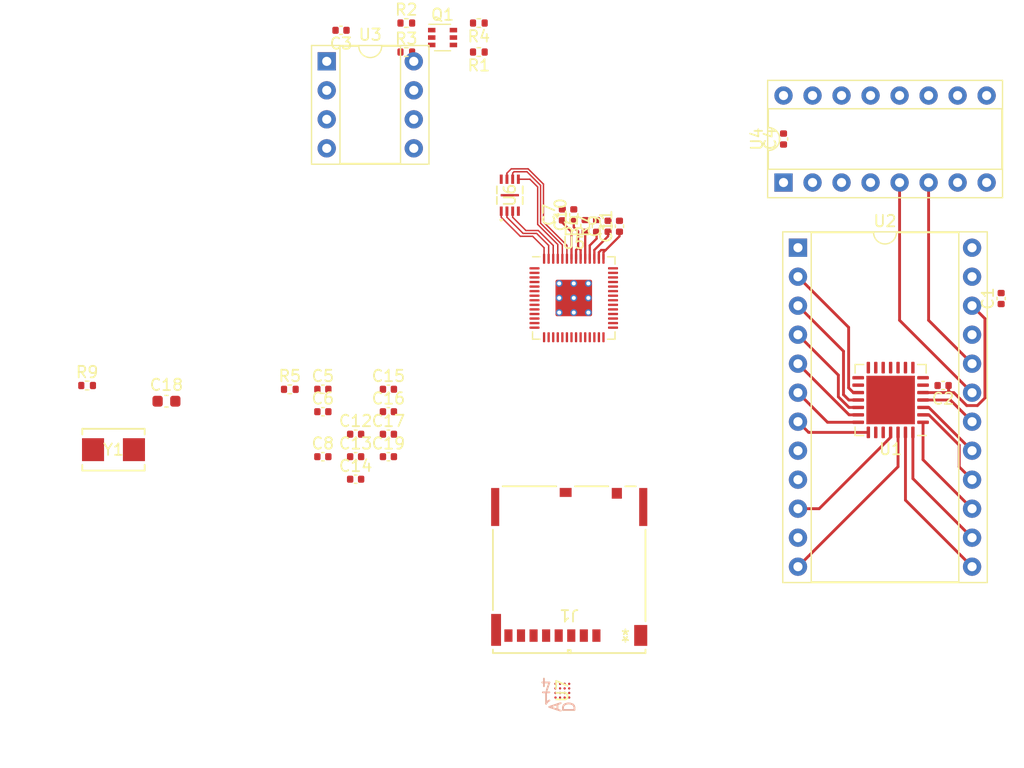
<source format=kicad_pcb>
(kicad_pcb (version 20221018) (generator pcbnew)
  (layers (0 "F.Cu" signal) (31 "B.Cu" signal) (34 "B.Paste" user) (35 "F.Paste" user) (36 "B.SilkS" user "B.Silkscreen") (37 "F.SilkS" user "F.Silkscreen") (38 "B.Mask" user) (39 "F.Mask" user) (44 "Edge.Cuts" user))
  (net 0 "")
  (net 1 "+5V")
  (net 2 "GNDD")
  (net 3 "+3V3")
  (net 4 "GNDA")
  (net 5 "Net-(U5-XIN)")
  (net 6 "Net-(C6-Pad2)")
  (net 7 "+1V1")
  (net 8 "/RP2040/SD_DET")
  (net 9 "SDA")
  (net 10 "SCL_5V")
  (net 11 "SCL")
  (net 12 "SDA_5V")
  (net 13 "Net-(U5-XOUT)")
  (net 14 "/RP2040/QSPI_F_~{CS}")
  (net 15 "YM_D4")
  (net 16 "YM_D5")
  (net 17 "YM_D6")
  (net 18 "YM_D7")
  (net 21 "IO_~{RESET}")
  (net 24 "YM_~{IRQ}")
  (net 25 "YM_~{IC}")
  (net 26 "YM_A0")
  (net 27 "YM_~{WR}")
  (net 28 "YM_~{RD}")
  (net 29 "YM_~{CS}")
  (net 32 "YM_D0")
  (net 33 "YM_D1")
  (net 34 "YM_D2")
  (net 35 "YM_D3")
  (net 38 "YM_DCLK")
  (net 39 "YM_MCLK")
  (net 40 "MOSI")
  (net 41 "SCK")
  (net 42 "LTC_~{CS}")
  (net 44 "LTC_OE")
  (net 58 "BTN_UP")
  (net 59 "BTN_DOWN")
  (net 60 "BTN_LEFT")
  (net 61 "BTN_RIGHT")
  (net 62 "BTN_B")
  (net 63 "BTN_A")
  (net 72 "/RP2040/QSPI_D3")
  (net 73 "/RP2040/QSPI_SCK")
  (net 74 "/RP2040/QSPI_D0")
  (net 75 "/RP2040/QSPI_D2")
  (net 76 "/RP2040/QSPI_D1")
  (net 79 "/SAM1")
  (net 80 "/SAM2")
  (net 81 "/YM_SD")
  (net 82 "USB_DP")
  (net 83 "/RP2040/RPUSB_P")
  (net 84 "USB_DN")
  (net 85 "/RP2040/RPUSB_N")
  (footprint "Package_DIP:DIP-8_W7.62mm_Socket" (layer "F.Cu") (at 20.975 23.675)
    (fp_text reference "U3" (at 3.81 -2.33) (layer "F.SilkS"))
    (fp_text value "LTC6903")
    (pad "1" thru_hole rect (at 0 0) (size 1.6 1.6) (drill 0.8) (layers "*.Cu" "*.Mask") (net 2 "GNDD"))
    (pad "2" thru_hole oval (at 0 2.54) (size 1.6 1.6) (drill 0.8) (layers "*.Cu" "*.Mask") (net 40 "MOSI"))
    (pad "3" thru_hole oval (at 0 5.08) (size 1.6 1.6) (drill 0.8) (layers "*.Cu" "*.Mask") (net 41 "SCK"))
    (pad "4" thru_hole oval (at 0 7.62) (size 1.6 1.6) (drill 0.8) (layers "*.Cu" "*.Mask") (net 42 "LTC_~{CS}"))
    (pad "5" thru_hole oval (at 7.62 7.62) (size 1.6 1.6) (drill 0.8) (layers "*.Cu" "*.Mask"))
    (pad "6" thru_hole oval (at 7.62 5.08) (size 1.6 1.6) (drill 0.8) (layers "*.Cu" "*.Mask") (net 39 "YM_MCLK"))
    (pad "7" thru_hole oval (at 7.62 2.54) (size 1.6 1.6) (drill 0.8) (layers "*.Cu" "*.Mask") (net 44 "LTC_OE"))
    (pad "8" thru_hole oval (at 7.62 0) (size 1.6 1.6) (drill 0.8) (layers "*.Cu" "*.Mask") (net 3 "+3V3"))
  )
  (footprint "Capacitor_SMD:C_0402_1005Metric" (layer "F.Cu") (at 74.93 52.07 180)
    (fp_text reference "C2" (at 0 -1.16) (layer "F.SilkS"))
    (fp_text value "0.1uF")
    (pad "1" smd roundrect (at -0.48 0 180) (size 0.56 0.62) (layers "F.Cu" "F.Paste" "F.Mask") (net 1 "+5V"))
    (pad "2" smd roundrect (at 0.48 0 180) (size 0.56 0.62) (layers "F.Cu" "F.Paste" "F.Mask") (net 2 "GNDD"))
  )
  (footprint "Capacitor_SMD:C_0402_1005Metric" (layer "F.Cu") (at 60.96 30.48 90)
    (fp_text reference "C4" (at 0 -1.16 90) (layer "F.SilkS"))
    (fp_text value "0.1uF")
    (pad "1" smd roundrect (at -0.48 0 90) (size 0.56 0.62) (layers "F.Cu" "F.Paste" "F.Mask") (net 1 "+5V"))
    (pad "2" smd roundrect (at 0.48 0 90) (size 0.56 0.62) (layers "F.Cu" "F.Paste" "F.Mask") (net 4 "GNDA"))
  )
  (footprint "Package_TO_SOT_SMD:SOT-363_SC-70-6" (layer "F.Cu") (at 31.115 21.59)
    (fp_text reference "Q1" (at 0 -2) (layer "F.SilkS"))
    (fp_text value "BSS138PS")
    (pad "1" smd rect (at -0.95 -0.65) (size 0.65 0.4) (layers "F.Cu" "F.Paste" "F.Mask") (net 9 "SDA"))
    (pad "2" smd rect (at -0.95 0) (size 0.65 0.4) (layers "F.Cu" "F.Paste" "F.Mask") (net 3 "+3V3"))
    (pad "3" smd rect (at -0.95 0.65) (size 0.65 0.4) (layers "F.Cu" "F.Paste" "F.Mask") (net 10 "SCL_5V"))
    (pad "4" smd rect (at 0.95 0.65) (size 0.65 0.4) (layers "F.Cu" "F.Paste" "F.Mask") (net 11 "SCL"))
    (pad "5" smd rect (at 0.95 0) (size 0.65 0.4) (layers "F.Cu" "F.Paste" "F.Mask") (net 3 "+3V3"))
    (pad "6" smd rect (at 0.95 -0.65) (size 0.65 0.4) (layers "F.Cu" "F.Paste" "F.Mask") (net 12 "SDA_5V"))
  )
  (footprint "Package_DFN_QFN:QFN-28-1EP_6x6mm_P0.65mm_EP4.25x4.25mm" (layer "F.Cu") (at 70.335 53.34 180)
    (fp_text reference "U1" (at 0 -4.3) (layer "F.SilkS"))
    (fp_text value "MCP23017_ML")
    (pad "1" smd roundrect (at -2.8375 -1.95 180) (size 1.025 0.3) (layers "F.Cu" "F.Paste" "F.Mask") (net 15 "YM_D4"))
    (pad "2" smd roundrect (at -2.8375 -1.3 180) (size 1.025 0.3) (layers "F.Cu" "F.Paste" "F.Mask") (net 16 "YM_D5"))
    (pad "3" smd roundrect (at -2.8375 -0.65 180) (size 1.025 0.3) (layers "F.Cu" "F.Paste" "F.Mask") (net 17 "YM_D6"))
    (pad "4" smd roundrect (at -2.8375 0 180) (size 1.025 0.3) (layers "F.Cu" "F.Paste" "F.Mask") (net 18 "YM_D7"))
    (pad "5" smd roundrect (at -2.8375 0.65 180) (size 1.025 0.3) (layers "F.Cu" "F.Paste" "F.Mask") (net 1 "+5V"))
    (pad "6" smd roundrect (at -2.8375 1.3 180) (size 1.025 0.3) (layers "F.Cu" "F.Paste" "F.Mask") (net 2 "GNDD"))
    (pad "7" smd roundrect (at -2.8375 1.95 180) (size 1.025 0.3) (layers "F.Cu" "F.Paste" "F.Mask"))
    (pad "8" smd roundrect (at -1.95 2.8375 180) (size 0.3 1.025) (layers "F.Cu" "F.Paste" "F.Mask") (net 10 "SCL_5V"))
    (pad "9" smd roundrect (at -1.3 2.8375 180) (size 0.3 1.025) (layers "F.Cu" "F.Paste" "F.Mask") (net 12 "SDA_5V"))
    (pad "10" smd roundrect (at -0.65 2.8375 180) (size 0.3 1.025) (layers "F.Cu" "F.Paste" "F.Mask"))
    (pad "11" smd roundrect (at 0 2.8375 180) (size 0.3 1.025) (layers "F.Cu" "F.Paste" "F.Mask") (net 2 "GNDD"))
    (pad "12" smd roundrect (at 0.65 2.8375 180) (size 0.3 1.025) (layers "F.Cu" "F.Paste" "F.Mask") (net 2 "GNDD"))
    (pad "13" smd roundrect (at 1.3 2.8375 180) (size 0.3 1.025) (layers "F.Cu" "F.Paste" "F.Mask") (net 2 "GNDD"))
    (pad "14" smd roundrect (at 1.95 2.8375 180) (size 0.3 1.025) (layers "F.Cu" "F.Paste" "F.Mask") (net 21 "IO_~{RESET}"))
    (pad "15" smd roundrect (at 2.8375 1.95 180) (size 1.025 0.3) (layers "F.Cu" "F.Paste" "F.Mask"))
    (pad "16" smd roundrect (at 2.8375 1.3 180) (size 1.025 0.3) (layers "F.Cu" "F.Paste" "F.Mask"))
    (pad "17" smd roundrect (at 2.8375 0.65 180) (size 1.025 0.3) (layers "F.Cu" "F.Paste" "F.Mask") (net 24 "YM_~{IRQ}"))
    (pad "18" smd roundrect (at 2.8375 0 180) (size 1.025 0.3) (layers "F.Cu" "F.Paste" "F.Mask") (net 25 "YM_~{IC}"))
    (pad "19" smd roundrect (at 2.8375 -0.65 180) (size 1.025 0.3) (layers "F.Cu" "F.Paste" "F.Mask") (net 26 "YM_A0"))
    (pad "20" smd roundrect (at 2.8375 -1.3 180) (size 1.025 0.3) (layers "F.Cu" "F.Paste" "F.Mask") (net 27 "YM_~{WR}"))
    (pad "21" smd roundrect (at 2.8375 -1.95 180) (size 1.025 0.3) (layers "F.Cu" "F.Paste" "F.Mask") (net 28 "YM_~{RD}"))
    (pad "22" smd roundrect (at 1.95 -2.8375 180) (size 0.3 1.025) (layers "F.Cu" "F.Paste" "F.Mask") (net 29 "YM_~{CS}"))
    (pad "23" smd roundrect (at 1.3 -2.8375 180) (size 0.3 1.025) (layers "F.Cu" "F.Paste" "F.Mask"))
    (pad "24" smd roundrect (at 0.65 -2.8375 180) (size 0.3 1.025) (layers "F.Cu" "F.Paste" "F.Mask"))
    (pad "25" smd roundrect (at 0 -2.8375 180) (size 0.3 1.025) (layers "F.Cu" "F.Paste" "F.Mask") (net 32 "YM_D0"))
    (pad "26" smd roundrect (at -0.65 -2.8375 180) (size 0.3 1.025) (layers "F.Cu" "F.Paste" "F.Mask") (net 33 "YM_D1"))
    (pad "27" smd roundrect (at -1.3 -2.8375 180) (size 0.3 1.025) (layers "F.Cu" "F.Paste" "F.Mask") (net 34 "YM_D2"))
    (pad "28" smd roundrect (at -1.95 -2.8375 180) (size 0.3 1.025) (layers "F.Cu" "F.Paste" "F.Mask") (net 35 "YM_D3"))
    (pad "29" smd rect (at 0 0 180) (size 4.25 4.25) (layers "F.Cu" "F.Mask") (net 2 "GNDD"))
  )
  (footprint "Capacitor_SMD:C_0402_1005Metric" (layer "F.Cu") (at 20.635 54.365)
    (fp_text reference "C6" (at 0 -1.16) (layer "F.SilkS"))
    (fp_text value "27p")
    (pad "1" smd roundrect (at -0.48 0) (size 0.56 0.62) (layers "F.Cu" "F.Paste" "F.Mask") (net 2 "GNDD"))
    (pad "2" smd roundrect (at 0.48 0) (size 0.56 0.62) (layers "F.Cu" "F.Paste" "F.Mask") (net 6 "Net-(C6-Pad2)"))
  )
  (footprint "vgmplayer:RP2040-QFN-56" (layer "F.Cu") (at 42.600001 44.4036)
    (fp_text reference "U5" (at 0 -4.82) (layer "F.SilkS"))
    (fp_text value "RP2040")
    (pad "1" smd roundrect (at -3.4375 -2.6) (size 0.875 0.2) (layers "F.Cu" "F.Paste" "F.Mask") (net 3 "+3V3"))
    (pad "2" smd roundrect (at -3.4375 -2.2) (size 0.875 0.2) (layers "F.Cu" "F.Paste" "F.Mask"))
    (pad "3" smd roundrect (at -3.4375 -1.8) (size 0.875 0.2) (layers "F.Cu" "F.Paste" "F.Mask"))
    (pad "4" smd roundrect (at -3.4375 -1.4) (size 0.875 0.2) (layers "F.Cu" "F.Paste" "F.Mask"))
    (pad "5" smd roundrect (at -3.4375 -1) (size 0.875 0.2) (layers "F.Cu" "F.Paste" "F.Mask"))
    (pad "6" smd roundrect (at -3.4375 -0.6) (size 0.875 0.2) (layers "F.Cu" "F.Paste" "F.Mask") (net 9 "SDA"))
    (pad "7" smd roundrect (at -3.4375 -0.2) (size 0.875 0.2) (layers "F.Cu" "F.Paste" "F.Mask") (net 11 "SCL"))
    (pad "8" smd roundrect (at -3.4375 0.2) (size 0.875 0.2) (layers "F.Cu" "F.Paste" "F.Mask"))
    (pad "9" smd roundrect (at -3.4375 0.6) (size 0.875 0.2) (layers "F.Cu" "F.Paste" "F.Mask"))
    (pad "10" smd roundrect (at -3.4375 1) (size 0.875 0.2) (layers "F.Cu" "F.Paste" "F.Mask") (net 3 "+3V3"))
    (pad "11" smd roundrect (at -3.4375 1.4) (size 0.875 0.2) (layers "F.Cu" "F.Paste" "F.Mask") (net 58 "BTN_UP"))
    (pad "12" smd roundrect (at -3.4375 1.8) (size 0.875 0.2) (layers "F.Cu" "F.Paste" "F.Mask") (net 59 "BTN_DOWN"))
    (pad "13" smd roundrect (at -3.4375 2.2) (size 0.875 0.2) (layers "F.Cu" "F.Paste" "F.Mask") (net 60 "BTN_LEFT"))
    (pad "14" smd roundrect (at -3.4375 2.6) (size 0.875 0.2) (layers "F.Cu" "F.Paste" "F.Mask") (net 61 "BTN_RIGHT"))
    (pad "15" smd roundrect (at -2.6 3.4375) (size 0.2 0.875) (layers "F.Cu" "F.Paste" "F.Mask") (net 62 "BTN_B"))
    (pad "16" smd roundrect (at -2.2 3.4375) (size 0.2 0.875) (layers "F.Cu" "F.Paste" "F.Mask") (net 63 "BTN_A"))
    (pad "17" smd roundrect (at -1.8 3.4375) (size 0.2 0.875) (layers "F.Cu" "F.Paste" "F.Mask"))
    (pad "18" smd roundrect (at -1.4 3.4375) (size 0.2 0.875) (layers "F.Cu" "F.Paste" "F.Mask"))
    (pad "19" smd roundrect (at -1 3.4375) (size 0.2 0.875) (layers "F.Cu" "F.Paste" "F.Mask"))
    (pad "20" smd roundrect (at -0.6 3.4375) (size 0.2 0.875) (layers "F.Cu" "F.Paste" "F.Mask") (net 5 "Net-(U5-XIN)"))
    (pad "21" smd roundrect (at -0.2 3.4375) (size 0.2 0.875) (layers "F.Cu" "F.Paste" "F.Mask") (net 13 "Net-(U5-XOUT)"))
    (pad "22" smd roundrect (at 0.2 3.4375) (size 0.2 0.875) (layers "F.Cu" "F.Paste" "F.Mask") (net 3 "+3V3"))
    (pad "23" smd roundrect (at 0.6 3.4375) (size 0.2 0.875) (layers "F.Cu" "F.Paste" "F.Mask") (net 7 "+1V1"))
    (pad "24" smd roundrect (at 1 3.4375) (size 0.2 0.875) (layers "F.Cu" "F.Paste" "F.Mask"))
    (pad "25" smd roundrect (at 1.4 3.4375) (size 0.2 0.875) (layers "F.Cu" "F.Paste" "F.Mask"))
    (pad "26" smd roundrect (at 1.8 3.4375) (size 0.2 0.875) (layers "F.Cu" "F.Paste" "F.Mask"))
    (pad "27" smd roundrect (at 2.2 3.4375) (size 0.2 0.875) (layers "F.Cu" "F.Paste" "F.Mask"))
    (pad "28" smd roundrect (at 2.6 3.4375) (size 0.2 0.875) (layers "F.Cu" "F.Paste" "F.Mask"))
    (pad "29" smd roundrect (at 3.4375 2.6) (size 0.875 0.2) (layers "F.Cu" "F.Paste" "F.Mask"))
    (pad "30" smd roundrect (at 3.4375 2.2) (size 0.875 0.2) (layers "F.Cu" "F.Paste" "F.Mask"))
    (pad "31" smd roundrect (at 3.4375 1.8) (size 0.875 0.2) (layers "F.Cu" "F.Paste" "F.Mask"))
    (pad "32" smd roundrect (at 3.4375 1.4) (size 0.875 0.2) (layers "F.Cu" "F.Paste" "F.Mask"))
    (pad "33" smd roundrect (at 3.4375 1) (size 0.875 0.2) (layers "F.Cu" "F.Paste" "F.Mask") (net 3 "+3V3"))
    (pad "34" smd roundrect (at 3.4375 0.6) (size 0.875 0.2) (layers "F.Cu" "F.Paste" "F.Mask"))
    (pad "35" smd roundrect (at 3.4375 0.2) (size 0.875 0.2) (layers "F.Cu" "F.Paste" "F.Mask"))
    (pad "36" smd roundrect (at 3.4375 -0.2) (size 0.875 0.2) (layers "F.Cu" "F.Paste" "F.Mask") (net 8 "/RP2040/SD_DET"))
    (pad "37" smd roundrect (at 3.4375 -0.6) (size 0.875 0.2) (layers "F.Cu" "F.Paste" "F.Mask"))
    (pad "38" smd roundrect (at 3.4375 -1) (size 0.875 0.2) (layers "F.Cu" "F.Paste" "F.Mask"))
    (pad "39" smd roundrect (at 3.4375 -1.4) (size 0.875 0.2) (layers "F.Cu" "F.Paste" "F.Mask"))
    (pad "40" smd roundrect (at 3.4375 -1.8) (size 0.875 0.2) (layers "F.Cu" "F.Paste" "F.Mask"))
    (pad "41" smd roundrect (at 3.4375 -2.2) (size 0.875 0.2) (layers "F.Cu" "F.Paste" "F.Mask"))
    (pad "42" smd roundrect (at 3.4375 -2.6) (size 0.875 0.2) (layers "F.Cu" "F.Paste" "F.Mask") (net 3 "+3V3"))
    (pad "43" smd roundrect (at 2.6 -3.4375) (size 0.2 0.875) (layers "F.Cu" "F.Paste" "F.Mask") (net 3 "+3V3"))
    (pad "44" smd roundrect (at 2.2 -3.4375) (size 0.2 0.875) (layers "F.Cu" "F.Paste" "F.Mask") (net 3 "+3V3"))
    (pad "45" smd roundrect (at 1.8 -3.4375) (size 0.2 0.875) (layers "F.Cu" "F.Paste" "F.Mask") (net 7 "+1V1"))
    (pad "46" smd roundrect (at 1.4 -3.4375) (size 0.2 0.875) (layers "F.Cu" "F.Paste" "F.Mask") (net 85 "/RP2040/RPUSB_N"))
    (pad "47" smd roundrect (at 1 -3.4375) (size 0.2 0.875) (layers "F.Cu" "F.Paste" "F.Mask") (net 83 "/RP2040/RPUSB_P"))
    (pad "48" smd roundrect (at 0.6 -3.4375) (size 0.2 0.875) (layers "F.Cu" "F.Paste" "F.Mask") (net 3 "+3V3"))
    (pad "49" smd roundrect (at 0.2 -3.4375) (size 0.2 0.875) (layers "F.Cu" "F.Paste" "F.Mask") (net 3 "+3V3"))
    (pad "50" smd roundrect (at -0.2 -3.4375) (size 0.2 0.875) (layers "F.Cu" "F.Paste" "F.Mask") (net 7 "+1V1"))
    (pad "51" smd roundrect (at -0.6 -3.4375) (size 0.2 0.875) (layers "F.Cu" "F.Paste" "F.Mask") (net 72 "/RP2040/QSPI_D3"))
    (pad "52" smd roundrect (at -1 -3.4375) (size 0.2 0.875) (layers "F.Cu" "F.Paste" "F.Mask") (net 73 "/RP2040/QSPI_SCK"))
    (pad "53" smd roundrect (at -1.4 -3.4375) (size 0.2 0.875) (layers "F.Cu" "F.Paste" "F.Mask") (net 74 "/RP2040/QSPI_D0"))
    (pad "54" smd roundrect (at -1.8 -3.4375) (size 0.2 0.875) (layers "F.Cu" "F.Paste" "F.Mask") (net 75 "/RP2040/QSPI_D2"))
    (pad "55" smd roundrect (at -2.2 -3.4375) (size 0.2 0.875) (layers "F.Cu" "F.Paste" "F.Mask") (net 76 "/RP2040/QSPI_D1"))
    (pad "56" smd roundrect (at -2.6 -3.4375) (size 0.2 0.875) (layers "F.Cu" "F.Paste" "F.Mask") (net 14 "/RP2040/QSPI_F_~{CS}"))
    (pad "57" thru_hole circle (at -1.275 -1.275) (size 0.6 0.6) (drill 0.35) (layers "*.Cu"))
    (pad "57" thru_hole circle (at -1.275 0) (size 0.6 0.6) (drill 0.35) (layers "*.Cu"))
    (pad "57" thru_hole circle (at -1.275 1.275) (size 0.6 0.6) (drill 0.35) (layers "*.Cu"))
    (pad "57" thru_hole circle (at 0 -1.275) (size 0.6 0.6) (drill 0.35) (layers "*.Cu"))
    (pad "57" thru_hole circle (at 0 0) (size 0.6 0.6) (drill 0.35) (layers "*.Cu"))
    (pad "57" smd roundrect (at 0 0) (size 3.2 3.2) (layers "F.Cu" "F.Mask") (roundrect_rratio 0.045))
    (pad "57" thru_hole circle (at 0 1.275) (size 0.6 0.6) (drill 0.35) (layers "*.Cu"))
    (pad "57" thru_hole circle (at 1.275 -1.275) (size 0.6 0.6) (drill 0.35) (layers "*.Cu"))
    (pad "57" thru_hole circle (at 1.275 0) (size 0.6 0.6) (drill 0.35) (layers "*.Cu"))
    (pad "57" thru_hole circle (at 1.275 1.275) (size 0.6 0.6) (drill 0.35) (layers "*.Cu"))
  )
  (footprint "Capacitor_SMD:C_0402_1005Metric" (layer "F.Cu") (at 26.375 56.335)
    (fp_text reference "C17" (at 0 -1.16) (layer "F.SilkS"))
    (fp_text value "100n")
    (pad "1" smd roundrect (at -0.48 0) (size 0.56 0.62) (layers "F.Cu" "F.Paste" "F.Mask") (net 3 "+3V3"))
    (pad "2" smd roundrect (at 0.48 0) (size 0.56 0.62) (layers "F.Cu" "F.Paste" "F.Mask") (net 2 "GNDD"))
  )
  (footprint "Capacitor_SMD:C_0402_1005Metric" (layer "F.Cu") (at 41.6 37.12 90)
    (fp_text reference "C7" (at 0 -1.16 90) (layer "F.SilkS"))
    (fp_text value "100n")
    (pad "1" smd roundrect (at -0.48 0 90) (size 0.56 0.62) (layers "F.Cu" "F.Paste" "F.Mask") (net 7 "+1V1"))
    (pad "2" smd roundrect (at 0.48 0 90) (size 0.56 0.62) (layers "F.Cu" "F.Paste" "F.Mask") (net 2 "GNDD"))
  )
  (footprint "vgmplayer:W25Q16JVUXIQ_WIN" (layer "F.Cu") (at 37 35.4 90)
    (fp_text reference "U6" (at 0 0 90 unlocked) (layer "F.SilkS"))
    (fp_text value "W25Q16JVUXIQ")
    (pad "1" smd rect (at -1.3984 -0.750001 90) (size 0.8128 0.254) (layers "F.Cu" "F.Paste" "F.Mask") (net 14 "/RP2040/QSPI_F_~{CS}"))
    (pad "2" smd rect (at -1.3984 -0.25 90) (size 0.8128 0.254) (layers "F.Cu" "F.Paste" "F.Mask") (net 76 "/RP2040/QSPI_D1"))
    (pad "3" smd rect (at -1.3984 0.25 90) (size 0.8128 0.254) (layers "F.Cu" "F.Paste" "F.Mask") (net 75 "/RP2040/QSPI_D2"))
    (pad "4" smd rect (at -1.3984 0.750001 90) (size 0.8128 0.254) (layers "F.Cu" "F.Paste" "F.Mask") (net 2 "GNDD"))
    (pad "5" smd rect (at 1.3984 0.750001 90) (size 0.8128 0.254) (layers "F.Cu" "F.Paste" "F.Mask") (net 74 "/RP2040/QSPI_D0"))
    (pad "6" smd rect (at 1.3984 0.25 90) (size 0.8128 0.254) (layers "F.Cu" "F.Paste" "F.Mask") (net 73 "/RP2040/QSPI_SCK"))
    (pad "7" smd rect (at 1.3984 -0.25 90) (size 0.8128 0.254) (layers "F.Cu" "F.Paste" "F.Mask") (net 72 "/RP2040/QSPI_D3"))
    (pad "8" smd rect (at 1.3984 -0.750001 90) (size 0.8128 0.254) (layers "F.Cu" "F.Paste" "F.Mask") (net 3 "+3V3"))
    (pad "9" smd rect (at 0 0 90) (size 0.2032 1.6002) (layers "F.Cu" "F.Paste" "F.Mask"))
  )
  (footprint "vgmplayer:XTAL_ABM3_ABR" (layer "F.Cu") (at 2.3088 57.6905)
    (fp_text reference "Y1" (at 0 0 unlocked) (layer "F.SilkS"))
    (fp_text value "ABM3-12.000MHZ-D2Y-T")
    (pad "1" smd rect (at -1.7907 0 90) (size 2.0066 1.9304) (layers "F.Cu" "F.Paste" "F.Mask") (net 5 "Net-(U5-XIN)"))
    (pad "2" smd rect (at 1.7907 0 90) (size 2.0066 1.9304) (layers "F.Cu" "F.Paste" "F.Mask") (net 6 "Net-(C6-Pad2)"))
  )
  (footprint "Capacitor_SMD:C_0402_1005Metric" (layer "F.Cu") (at 23.505 56.335)
    (fp_text reference "C12" (at 0 -1.16) (layer "F.SilkS"))
    (fp_text value "100n")
    (pad "1" smd roundrect (at -0.48 0) (size 0.56 0.62) (layers "F.Cu" "F.Paste" "F.Mask") (net 3 "+3V3"))
    (pad "2" smd roundrect (at 0.48 0) (size 0.56 0.62) (layers "F.Cu" "F.Paste" "F.Mask") (net 2 "GNDD"))
  )
  (footprint "vgmplayer:FLIPCHIP16_STM" (layer "F.Cu") (at 41.6 78.8 90)
    (fp_text reference "U7" (at 0 0 90 unlocked) (layer "F.SilkS"))
    (fp_text value "EMIF06-MSD04F3")
    (fp_text user "A" (at -1.4224 -0.6 90 unlocked) (layer "B.SilkS"))
    (fp_text user "D" (at -1.4224 0.6 90 unlocked) (layer "B.SilkS"))
    (fp_text user "4" (at 0.6 -1.4224 180 unlocked) (layer "B.SilkS"))
    (fp_text user "1" (at -0.6 -1.4224 180 unlocked) (layer "B.SilkS"))
    (fp_text user "A" (at -1.4224 -0.6 90 unlocked) (layer "F.SilkS"))
    (fp_text user "D" (at -1.4224 0.6 90 unlocked) (layer "F.SilkS"))
    (fp_text user "1" (at -0.6 -1.4224 180 unlocked) (layer "F.SilkS"))
    (fp_text user "4" (at 0.6 -1.4224 180 unlocked) (layer "F.SilkS"))
    (pad "A1" smd circle (at -0.6 -0.6 90) (size 0.2032 0.2032) (layers "F.Cu" "F.Paste" "F.Mask"))
    (pad "A2" smd circle (at -0.2 -0.6 90) (size 0.2032 0.2032) (layers "F.Cu" "F.Paste" "F.Mask"))
    (pad "A3" smd circle (at 0.2 -0.6 90) (size 0.2032 0.2032) (layers "F.Cu" "F.Paste" "F.Mask"))
    (pad "A4" smd circle (at 0.6 -0.6 90) (size 0.2032 0.2032) (layers "F.Cu" "F.Paste" "F.Mask"))
    (pad "B1" smd circle (at -0.6 -0.2 90) (size 0.2032 0.2032) (layers "F.Cu" "F.Paste" "F.Mask"))
    (pad "B2" smd circle (at -0.2 -0.2 90) (size 0.2032 0.2032) (layers "F.Cu" "F.Paste" "F.Mask"))
    (pad "B3" smd circle (at 0.2 -0.2 90) (size 0.2032 0.2032) (layers "F.Cu" "F.Paste" "F.Mask"))
    (pad "B4" smd circle (at 0.6 -0.2 90) (size 0.2032 0.2032) (layers "F.Cu" "F.Paste" "F.Mask"))
    (pad "C1" smd circle (at -0.6 0.2 90) (size 0.2032 0.2032) (layers "F.Cu" "F.Paste" "F.Mask"))
    (pad "C2" smd circle (at -0.2 0.2 90) (size 0.2032 0.2032) (layers "F.Cu" "F.Paste" "F.Mask"))
    (pad "C3" smd circle (at 0.2 0.2 90) (size 0.2032 0.2032) (layers "F.Cu" "F.Paste" "F.Mask"))
    (pad "C4" smd circle (at 0.6 0.2 90) (size 0.2032 0.2032) (layers "F.Cu" "F.Paste" "F.Mask"))
    (pad "D1" smd circle (at -0.6 0.6 90) (size 0.2032 0.2032) (layers "F.Cu" "F.Paste" "F.Mask"))
    (pad "D2" smd circle (at -0.2 0.6 90) (size 0.2032 0.2032) (layers "F.Cu" "F.Paste" "F.Mask"))
    (pad "D3" smd circle (at 0.2 0.6 90) (size 0.2032 0.2032) (layers "F.Cu" "F.Paste" "F.Mask"))
    (pad "D4" smd circle (at 0.6 0.6 90) (size 0.2032 0.2032) (layers "F.Cu" "F.Paste" "F.Mask"))
  )
  (footprint "Capacitor_SMD:C_0402_1005Metric" (layer "F.Cu") (at 20.635 58.305)
    (fp_text reference "C8" (at 0 -1.16) (layer "F.SilkS"))
    (fp_text value "100n")
    (pad "1" smd roundrect (at -0.48 0) (size 0.56 0.62) (layers "F.Cu" "F.Paste" "F.Mask") (net 7 "+1V1"))
    (pad "2" smd roundrect (at 0.48 0) (size 0.56 0.62) (layers "F.Cu" "F.Paste" "F.Mask") (net 2 "GNDD"))
  )
  (footprint "Capacitor_SMD:C_0402_1005Metric" (layer "F.Cu") (at 23.505 60.275)
    (fp_text reference "C14" (at 0 -1.16) (layer "F.SilkS"))
    (fp_text value "100n")
    (pad "1" smd roundrect (at -0.48 0) (size 0.56 0.62) (layers "F.Cu" "F.Paste" "F.Mask") (net 3 "+3V3"))
    (pad "2" smd roundrect (at 0.48 0) (size 0.56 0.62) (layers "F.Cu" "F.Paste" "F.Mask") (net 2 "GNDD"))
  )
  (footprint "Resistor_SMD:R_0402_1005Metric" (layer "F.Cu") (at 44.6 38.09 90)
    (fp_text reference "R7" (at 0 -1.17 90) (layer "F.SilkS"))
    (fp_text value "27.4")
    (pad "1" smd roundrect (at -0.51 0 90) (size 0.54 0.64) (layers "F.Cu" "F.Paste" "F.Mask") (net 85 "/RP2040/RPUSB_N"))
    (pad "2" smd roundrect (at 0.51 0 90) (size 0.54 0.64) (layers "F.Cu" "F.Paste" "F.Mask") (net 84 "USB_DN"))
  )
  (footprint "Resistor_SMD:R_0402_1005Metric" (layer "F.Cu") (at 34.29 22.86 180)
    (fp_text reference "R1" (at 0 -1.17) (layer "F.SilkS"))
    (fp_text value "10k")
    (pad "1" smd roundrect (at -0.51 0 180) (size 0.54 0.64) (layers "F.Cu" "F.Paste" "F.Mask") (net 3 "+3V3"))
    (pad "2" smd roundrect (at 0.51 0 180) (size 0.54 0.64) (layers "F.Cu" "F.Paste" "F.Mask") (net 11 "SCL"))
  )
  (footprint "Capacitor_SMD:C_0402_1005Metric" (layer "F.Cu") (at 23.505 58.305)
    (fp_text reference "C13" (at 0 -1.16) (layer "F.SilkS"))
    (fp_text value "100n")
    (pad "1" smd roundrect (at -0.48 0) (size 0.56 0.62) (layers "F.Cu" "F.Paste" "F.Mask") (net 3 "+3V3"))
    (pad "2" smd roundrect (at 0.48 0) (size 0.56 0.62) (layers "F.Cu" "F.Paste" "F.Mask") (net 2 "GNDD"))
  )
  (footprint "Resistor_SMD:R_0402_1005Metric" (layer "F.Cu") (at 34.29 20.32 180)
    (fp_text reference "R4" (at 0 -1.17) (layer "F.SilkS"))
    (fp_text value "10k")
    (pad "1" smd roundrect (at -0.51 0 180) (size 0.54 0.64) (layers "F.Cu" "F.Paste" "F.Mask") (net 1 "+5V"))
    (pad "2" smd roundrect (at 0.51 0 180) (size 0.54 0.64) (layers "F.Cu" "F.Paste" "F.Mask") (net 12 "SDA_5V"))
  )
  (footprint "vgmplayer:503398-1892_MOL" (layer "F.Cu") (at 42.2 68.2 180)
    (fp_text reference "J1" (at 0 -4 180 unlocked) (layer "F.SilkS"))
    (fp_text value "Micro_SD_Card_Det1")
    (fp_text user "*" (at -4.92 -5.7755 180) (layer "F.SilkS"))
    (fp_text user "*" (at -4.92 -5.7755 180 unlocked) (layer "F.SilkS"))
    (pad "1" smd rect (at -2.38 -5.7755 180) (size 0.7112 1.0922) (layers "F.Cu" "F.Paste" "F.Mask"))
    (pad "2" smd rect (at -1.28 -5.7755 180) (size 0.7112 1.0922) (layers "F.Cu" "F.Paste" "F.Mask"))
    (pad "3" smd rect (at -0.18 -5.7755 180) (size 0.7112 1.0922) (layers "F.Cu" "F.Paste" "F.Mask"))
    (pad "4" smd rect (at 0.920001 -5.7755 180) (size 0.7112 1.0922) (layers "F.Cu" "F.Paste" "F.Mask") (net 3 "+3V3"))
    (pad "5" smd rect (at 2.020001 -5.7755 180) (size 0.7112 1.0922) (layers "F.Cu" "F.Paste" "F.Mask"))
    (pad "6" smd rect (at 3.120001 -5.7755 180) (size 0.7112 1.0922) (layers "F.Cu" "F.Paste" "F.Mask") (net 2 "GNDD"))
    (pad "7" smd rect (at 4.220002 -5.7755 180) (size 0.7112 1.0922) (layers "F.Cu" "F.Paste" "F.Mask"))
    (pad "8" smd rect (at 5.32 -5.7755 180) (size 0.7112 1.0922) (layers "F.Cu" "F.Paste" "F.Mask"))
    (pad "9" smd rect (at -4.169999 6.689499 180) (size 0.889 0.9398) (layers "F.Cu" "F.Paste" "F.Mask") (net 2 "GNDD"))
    (pad "10" smd rect (at 0.309999 6.7645 180) (size 1.0414 0.7874) (layers "F.Cu" "F.Paste" "F.Mask") (net 8 "/RP2040/SD_DET"))
    (pad "11" smd rect (at -6.48 5.489499 180) (size 0.7112 3.3274) (layers "F.Cu" "F.Paste" "F.Mask") (net 2 "GNDD"))
    (pad "11" smd rect (at -6.26 -5.7605 180) (size 1.143 1.8288) (layers "F.Cu" "F.Paste" "F.Mask") (net 2 "GNDD"))
    (pad "11" smd rect (at 6.4 -5.2755 180) (size 0.8636 2.794) (layers "F.Cu" "F.Paste" "F.Mask") (net 2 "GNDD"))
    (pad "11" smd rect (at 6.48 5.489499 180) (size 0.7112 3.3274) (layers "F.Cu" "F.Paste" "F.Mask") (net 2 "GNDD"))
  )
  (footprint "Package_DIP:DIP-24_W15.24mm_Socket" (layer "F.Cu") (at 62.225 40)
    (fp_text reference "U2" (at 7.62 -2.33) (layer "F.SilkS"))
    (fp_text value "YM2151")
    (pad "1" thru_hole rect (at 0 0) (size 1.6 1.6) (drill 0.8) (layers "*.Cu" "*.Mask") (net 2 "GNDD"))
    (pad "2" thru_hole oval (at 0 2.54) (size 1.6 1.6) (drill 0.8) (layers "*.Cu" "*.Mask") (net 24 "YM_~{IRQ}"))
    (pad "3" thru_hole oval (at 0 5.08) (size 1.6 1.6) (drill 0.8) (layers "*.Cu" "*.Mask") (net 25 "YM_~{IC}"))
    (pad "4" thru_hole oval (at 0 7.62) (size 1.6 1.6) (drill 0.8) (layers "*.Cu" "*.Mask") (net 26 "YM_A0"))
    (pad "5" thru_hole oval (at 0 10.16) (size 1.6 1.6) (drill 0.8) (layers "*.Cu" "*.Mask") (net 27 "YM_~{WR}"))
    (pad "6" thru_hole oval (at 0 12.7) (size 1.6 1.6) (drill 0.8) (layers "*.Cu" "*.Mask") (net 28 "YM_~{RD}"))
    (pad "7" thru_hole oval (at 0 15.24) (size 1.6 1.6) (drill 0.8) (layers "*.Cu" "*.Mask") (net 29 "YM_~{CS}"))
    (pad "8" thru_hole oval (at 0 17.78) (size 1.6 1.6) (drill 0.8) (layers "*.Cu" "*.Mask"))
    (pad "9" thru_hole oval (at 0 20.32) (size 1.6 1.6) (drill 0.8) (layers "*.Cu" "*.Mask"))
    (pad "10" thru_hole oval (at 0 22.86) (size 1.6 1.6) (drill 0.8) (layers "*.Cu" "*.Mask") (net 32 "YM_D0"))
    (pad "11" thru_hole oval (at 0 25.4) (size 1.6 1.6) (drill 0.8) (layers "*.Cu" "*.Mask") (net 2 "GNDD"))
    (pad "12" thru_hole oval (at 0 27.94) (size 1.6 1.6) (drill 0.8) (layers "*.Cu" "*.Mask") (net 33 "YM_D1"))
    (pad "13" thru_hole oval (at 15.24 27.94) (size 1.6 1.6) (drill 0.8) (layers "*.Cu" "*.Mask") (net 34 "YM_D2"))
    (pad "14" thru_hole oval (at 15.24 25.4) (size 1.6 1.6) (drill 0.8) (layers "*.Cu" "*.Mask") (net 35 "YM_D3"))
    (pad "15" thru_hole oval (at 15.24 22.86) (size 1.6 1.6) (drill 0.8) (layers "*.Cu" "*.Mask") (net 15 "YM_D4"))
    (pad "16" thru_hole oval (at 15.24 20.32) (size 1.6 1.6) (drill 0.8) (layers "*.Cu" "*.Mask") (net 16 "YM_D5"))
    (pad "17" thru_hole oval (at 15.24 17.78) (size 1.6 1.6) (drill 0.8) (layers "*.Cu" "*.Mask") (net 17 "YM_D6"))
    (pad "18" thru_hole oval (at 15.24 15.24) (size 1.6 1.6) (drill 0.8) (layers "*.Cu" "*.Mask") (net 18 "YM_D7"))
    (pad "19" thru_hole oval (at 15.24 12.7) (size 1.6 1.6) (drill 0.8) (layers "*.Cu" "*.Mask") (net 80 "/SAM2"))
    (pad "20" thru_hole oval (at 15.24 10.16) (size 1.6 1.6) (drill 0.8) (layers "*.Cu" "*.Mask") (net 79 "/SAM1"))
    (pad "21" thru_hole oval (at 15.24 7.62) (size 1.6 1.6) (drill 0.8) (layers "*.Cu" "*.Mask") (net 81 "/YM_SD"))
    (pad "22" thru_hole oval (at 15.24 5.08) (size 1.6 1.6) (drill 0.8) (layers "*.Cu" "*.Mask") (net 1 "+5V"))
    (pad "23" thru_hole oval (at 15.24 2.54) (size 1.6 1.6) (drill 0.8) (layers "*.Cu" "*.Mask") (net 38 "YM_DCLK"))
    (pad "24" thru_hole oval (at 15.24 0) (size 1.6 1.6) (drill 0.8) (layers "*.Cu" "*.Mask") (net 39 "YM_MCLK"))
  )
  (footprint "Capacitor_SMD:C_0402_1005Metric" (layer "F.Cu") (at 42.6 37.12 90)
    (fp_text reference "C10" (at 0 -1.16 90) (layer "F.SilkS"))
    (fp_text value "100n")
    (pad "1" smd roundrect (at -0.48 0 90) (size 0.56 0.62) (layers "F.Cu" "F.Paste" "F.Mask") (net 3 "+3V3"))
    (pad "2" smd roundrect (at 0.48 0 90) (size 0.56 0.62) (layers "F.Cu" "F.Paste" "F.Mask") (net 2 "GNDD"))
  )
  (footprint "Capacitor_SMD:C_0402_1005Metric" (layer "F.Cu") (at 46.6 38.12 90)
    (fp_text reference "C11" (at 0 -1.16 90) (layer "F.SilkS"))
    (fp_text value "100n")
    (pad "1" smd roundrect (at -0.48 0 90) (size 0.56 0.62) (layers "F.Cu" "F.Paste" "F.Mask") (net 3 "+3V3"))
    (pad "2" smd roundrect (at 0.48 0 90) (size 0.56 0.62) (layers "F.Cu" "F.Paste" "F.Mask") (net 2 "GNDD"))
  )
  (footprint "Capacitor_SMD:C_0603_1608Metric" (layer "F.Cu") (at 6.945 53.445)
    (fp_text reference "C18" (at 0 -1.43) (layer "F.SilkS"))
    (fp_text value "10u")
    (pad "1" smd roundrect (at -0.775 0) (size 0.9 0.95) (layers "F.Cu" "F.Paste" "F.Mask") (net 3 "+3V3"))
    (pad "2" smd roundrect (at 0.775 0) (size 0.9 0.95) (layers "F.Cu" "F.Paste" "F.Mask") (net 2 "GNDD"))
  )
  (footprint "Capacitor_SMD:C_0402_1005Metric" (layer "F.Cu") (at 20.635 52.395)
    (fp_text reference "C5" (at 0 -1.16) (layer "F.SilkS"))
    (fp_text value "27p")
    (pad "1" smd roundrect (at -0.48 0) (size 0.56 0.62) (layers "F.Cu" "F.Paste" "F.Mask") (net 2 "GNDD"))
    (pad "2" smd roundrect (at 0.48 0) (size 0.56 0.62) (layers "F.Cu" "F.Paste" "F.Mask") (net 5 "Net-(U5-XIN)"))
  )
  (footprint "Capacitor_SMD:C_0402_1005Metric" (layer "F.Cu") (at 22.225 20.955 180)
    (fp_text reference "C3" (at 0 -1.16) (layer "F.SilkS"))
    (fp_text value "0.1uF")
    (pad "1" smd roundrect (at -0.48 0 180) (size 0.56 0.62) (layers "F.Cu" "F.Paste" "F.Mask") (net 3 "+3V3"))
    (pad "2" smd roundrect (at 0.48 0 180) (size 0.56 0.62) (layers "F.Cu" "F.Paste" "F.Mask") (net 2 "GNDD"))
  )
  (footprint "Capacitor_SMD:C_0402_1005Metric" (layer "F.Cu") (at 26.375 58.305)
    (fp_text reference "C19" (at 0 -1.16) (layer "F.SilkS"))
    (fp_text value "100n")
    (pad "1" smd roundrect (at -0.48 0) (size 0.56 0.62) (layers "F.Cu" "F.Paste" "F.Mask") (net 3 "+3V3"))
    (pad "2" smd roundrect (at 0.48 0) (size 0.56 0.62) (layers "F.Cu" "F.Paste" "F.Mask") (net 2 "GNDD"))
  )
  (footprint "Capacitor_SMD:C_0402_1005Metric" (layer "F.Cu") (at 26.375 52.395)
    (fp_text reference "C15" (at 0 -1.16) (layer "F.SilkS"))
    (fp_text value "100n")
    (pad "1" smd roundrect (at -0.48 0) (size 0.56 0.62) (layers "F.Cu" "F.Paste" "F.Mask") (net 3 "+3V3"))
    (pad "2" smd roundrect (at 0.48 0) (size 0.56 0.62) (layers "F.Cu" "F.Paste" "F.Mask") (net 2 "GNDD"))
  )
  (footprint "Resistor_SMD:R_0402_1005Metric" (layer "F.Cu") (at 0 52.07)
    (fp_text reference "R9" (at 0 -1.17) (layer "F.SilkS"))
    (fp_text value "DNF")
    (pad "1" smd roundrect (at -0.51 0) (size 0.54 0.64) (layers "F.Cu" "F.Paste" "F.Mask") (net 3 "+3V3"))
    (pad "2" smd roundrect (at 0.51 0) (size 0.54 0.64) (layers "F.Cu" "F.Paste" "F.Mask") (net 14 "/RP2040/QSPI_F_~{CS}"))
  )
  (footprint "Resistor_SMD:R_0402_1005Metric" (layer "F.Cu") (at 27.94 22.86)
    (fp_text reference "R3" (at 0 -1.17) (layer "F.SilkS"))
    (fp_text value "10k")
    (pad "1" smd roundrect (at -0.51 0) (size 0.54 0.64) (layers "F.Cu" "F.Paste" "F.Mask") (net 1 "+5V"))
    (pad "2" smd roundrect (at 0.51 0) (size 0.54 0.64) (layers "F.Cu" "F.Paste" "F.Mask") (net 10 "SCL_5V"))
  )
  (footprint "Capacitor_SMD:C_0402_1005Metric" (layer "F.Cu") (at 45.6 38.12 90)
    (fp_text reference "C9" (at 0 -1.16 90) (layer "F.SilkS"))
    (fp_text value "100n")
    (pad "1" smd roundrect (at -0.48 0 90) (size 0.56 0.62) (layers "F.Cu" "F.Paste" "F.Mask") (net 7 "+1V1"))
    (pad "2" smd roundrect (at 0.48 0 90) (size 0.56 0.62) (layers "F.Cu" "F.Paste" "F.Mask") (net 2 "GNDD"))
  )
  (footprint "Resistor_SMD:R_0402_1005Metric" (layer "F.Cu") (at 27.94 20.32)
    (fp_text reference "R2" (at 0 -1.17) (layer "F.SilkS"))
    (fp_text value "10k")
    (pad "1" smd roundrect (at -0.51 0) (size 0.54 0.64) (layers "F.Cu" "F.Paste" "F.Mask") (net 3 "+3V3"))
    (pad "2" smd roundrect (at 0.51 0) (size 0.54 0.64) (layers "F.Cu" "F.Paste" "F.Mask") (net 9 "SDA"))
  )
  (footprint "Package_DIP:DIP-16_W7.62mm_Socket" (layer "F.Cu") (at 60.96 34.29 90)
    (fp_text reference "U4" (at 3.81 -2.33 90) (layer "F.SilkS"))
    (fp_text value "YM3012")
    (pad "1" thru_hole rect (at 0 0 90) (size 1.6 1.6) (drill 0.8) (layers "*.Cu" "*.Mask") (net 1 "+5V"))
    (pad "2" thru_hole oval (at 0 2.54 90) (size 1.6 1.6) (drill 0.8) (layers "*.Cu" "*.Mask") (net 38 "YM_DCLK"))
    (pad "3" thru_hole oval (at 0 5.08 90) (size 1.6 1.6) (drill 0.8) (layers "*.Cu" "*.Mask") (net 2 "GNDD"))
    (pad "4" thru_hole oval (at 0 7.62 90) (size 1.6 1.6) (drill 0.8) (layers "*.Cu" "*.Mask") (net 81 "/YM_SD"))
    (pad "5" thru_hole oval (at 0 10.16 90) (size 1.6 1.6) (drill 0.8) (layers "*.Cu" "*.Mask") (net 80 "/SAM2"))
    (pad "6" thru_hole oval (at 0 12.7 90) (size 1.6 1.6) (drill 0.8) (layers "*.Cu" "*.Mask") (net 79 "/SAM1"))
    (pad "7" thru_hole oval (at 0 15.24 90) (size 1.6 1.6) (drill 0.8) (layers "*.Cu" "*.Mask") (net 25 "YM_~{IC}"))
    (pad "8" thru_hole oval (at 0 17.78 90) (size 1.6 1.6) (drill 0.8) (layers "*.Cu" "*.Mask") (net 4 "GNDA"))
    (pad "9" thru_hole oval (at 7.62 17.78 90) (size 1.6 1.6) (drill 0.8) (layers "*.Cu" "*.Mask"))
    (pad "10" thru_hole oval (at 7.62 15.24 90) (size 1.6 1.6) (drill 0.8) (layers "*.Cu" "*.Mask"))
    (pad "11" thru_hole oval (at 7.62 12.7 90) (size 1.6 1.6) (drill 0.8) (layers "*.Cu" "*.Mask"))
    (pad "12" thru_hole oval (at 7.62 10.16 90) (size 1.6 1.6) (drill 0.8) (layers "*.Cu" "*.Mask"))
    (pad "13" thru_hole oval (at 7.62 7.62 90) (size 1.6 1.6) (drill 0.8) (layers "*.Cu" "*.Mask"))
    (pad "14" thru_hole oval (at 7.62 5.08 90) (size 1.6 1.6) (drill 0.8) (layers "*.Cu" "*.Mask"))
    (pad "15" thru_hole oval (at 7.62 2.54 90) (size 1.6 1.6) (drill 0.8) (layers "*.Cu" "*.Mask"))
    (pad "16" thru_hole oval (at 7.62 0 90) (size 1.6 1.6) (drill 0.8) (layers "*.Cu" "*.Mask") (net 4 "GNDA"))
  )
  (footprint "Capacitor_SMD:C_0402_1005Metric" (layer "F.Cu") (at 80.01 44.45 90)
    (fp_text reference "C1" (at 0 -1.16 90) (layer "F.SilkS"))
    (fp_text value "0.1uF")
    (pad "1" smd roundrect (at -0.48 0 90) (size 0.56 0.62) (layers "F.Cu" "F.Paste" "F.Mask") (net 1 "+5V"))
    (pad "2" smd roundrect (at 0.48 0 90) (size 0.56 0.62) (layers "F.Cu" "F.Paste" "F.Mask") (net 2 "GNDD"))
  )
  (footprint "Capacitor_SMD:C_0402_1005Metric" (layer "F.Cu") (at 26.375 54.365)
    (fp_text reference "C16" (at 0 -1.16) (layer "F.SilkS"))
    (fp_text value "100n")
    (pad "1" smd roundrect (at -0.48 0) (size 0.56 0.62) (layers "F.Cu" "F.Paste" "F.Mask") (net 3 "+3V3"))
    (pad "2" smd roundrect (at 0.48 0) (size 0.56 0.62) (layers "F.Cu" "F.Paste" "F.Mask") (net 2 "GNDD"))
  )
  (footprint "Resistor_SMD:R_0402_1005Metric" (layer "F.Cu") (at 43.6 38.09 90)
    (fp_text reference "R6" (at 0 -1.17 90) (layer "F.SilkS"))
    (fp_text value "27.4")
    (pad "1" smd roundrect (at -0.51 0 90) (size 0.54 0.64) (layers "F.Cu" "F.Paste" "F.Mask") (net 83 "/RP2040/RPUSB_P"))
    (pad "2" smd roundrect (at 0.51 0 90) (size 0.54 0.64) (layers "F.Cu" "F.Paste" "F.Mask") (net 82 "USB_DP"))
  )
  (footprint "Resistor_SMD:R_0402_1005Metric" (layer "F.Cu") (at 17.745 52.405)
    (fp_text reference "R5" (at 0 -1.17) (layer "F.SilkS"))
    (fp_text value "1k")
    (pad "1" smd roundrect (at -0.51 0) (size 0.54 0.64) (layers "F.Cu" "F.Paste" "F.Mask") (net 6 "Net-(C6-Pad2)"))
    (pad "2" smd roundrect (at 0.51 0) (size 0.54 0.64) (layers "F.Cu" "F.Paste" "F.Mask") (net 13 "Net-(U5-XOUT)"))
  )
  (segment (start 75.864009 52.69) (end 76.999009 53.825) (width 0.25) (layer "F.Cu") (net 1))
  (segment (start 77.930991 53.825) (end 78.59 53.165991) (width 0.25) (layer "F.Cu") (net 1))
  (segment (start 78.59 46.205) (end 77.465 45.08) (width 0.25) (layer "F.Cu") (net 1))
  (segment (start 75.565 52.69) (end 75.864009 52.69) (width 0.25) (layer "F.Cu") (net 1))
  (segment (start 75.41 52.07) (end 75.41 52.535) (width 0.25) (layer "F.Cu") (net 1))
  (segment (start 78.59 53.165991) (end 78.59 46.205) (width 0.25) (layer "F.Cu") (net 1))
  (segment (start 73.1725 52.69) (end 75.565 52.69) (width 0.25) (layer "F.Cu") (net 1))
  (segment (start 76.999009 53.825) (end 77.930991 53.825) (width 0.25) (layer "F.Cu") (net 1))
  (segment (start 75.41 52.535) (end 75.565 52.69) (width 0.25) (layer "F.Cu") (net 1))
  (segment (start 44.800002 40.399998) (end 44.800002 41) (width 0.2) (layer "F.Cu") (net 3))
  (segment (start 45.4 40.2) (end 45.200001 40.399999) (width 0.2) (layer "F.Cu") (net 3))
  (segment (start 46.6 38.6) (end 46.6 39) (width 0.2) (layer "F.Cu") (net 3))
  (segment (start 42.98 40.02) (end 43.02 40.02) (width 0.2) (layer "F.Cu") (net 3))
  (segment (start 46.6 39) (end 45.4 40.2) (width 0.2) (layer "F.Cu") (net 3))
  (segment (start 45.200001 40.399999) (end 45.200001 41) (width 0.2) (layer "F.Cu") (net 3))
  (segment (start 45 40.2) (end 44.800002 40.399998) (width 0.2) (layer "F.Cu") (net 3))
  (segment (start 43.2 40.2) (end 43.2 41) (width 0.2) (layer "F.Cu") (net 3))
  (segment (start 42.8 40.2) (end 42.800001 41) (width 0.2) (layer "F.Cu") (net 3))
  (segment (start 42.6 38.2) (end 42.98 38.58) (width 0.2) (layer "F.Cu") (net 3))
  (segment (start 42.98 40.02) (end 42.8 40.2) (width 0.2) (layer "F.Cu") (net 3))
  (segment (start 45.4 40.2) (end 45 40.2) (width 0.2) (layer "F.Cu") (net 3))
  (segment (start 43.02 40.02) (end 43.2 40.2) (width 0.2) (layer "F.Cu") (net 3))
  (segment (start 42.6 37.6) (end 42.6 38.2) (width 0.2) (layer "F.Cu") (net 3))
  (segment (start 42.98 38.58) (end 42.98 40.02) (width 0.2) (layer "F.Cu") (net 3))
  (segment (start 44.4 40.2) (end 44.4 41) (width 0.2) (layer "F.Cu") (net 7))
  (segment (start 45.6 38.6) (end 45.6 39) (width 0.2) (layer "F.Cu") (net 7))
  (segment (start 45.6 39) (end 44.4 40.2) (width 0.2) (layer "F.Cu") (net 7))
  (segment (start 42.4 38.6) (end 42.400001 41) (width 0.2) (layer "F.Cu") (net 7))
  (segment (start 41.6 37.6) (end 41.6 37.8) (width 0.2) (layer "F.Cu") (net 7))
  (segment (start 41.6 37.8) (end 42.4 38.6) (width 0.2) (layer "F.Cu") (net 7))
  (segment (start 36.249999 36.7984) (end 36.249999 37.3318) (width 0.127) (layer "F.Cu") (net 14))
  (segment (start 36.249999 37.3318) (end 37.918199 39) (width 0.127) (layer "F.Cu") (net 14))
  (segment (start 40.000001 40.000001) (end 40.000001 41) (width 0.127) (layer "F.Cu") (net 14))
  (segment (start 39 39) (end 40.000001 40.000001) (width 0.127) (layer "F.Cu") (net 14))
  (segment (start 37.918199 39) (end 39 39) (width 0.127) (layer "F.Cu") (net 14))
  (segment (start 73.1725 58.5675) (end 73.1725 55.29) (width 0.25) (layer "F.Cu") (net 15))
  (segment (start 77.465 62.86) (end 73.1725 58.5675) (width 0.25) (layer "F.Cu") (net 15))
  (segment (start 76.34 59.195) (end 76.34 57.29) (width 0.25) (layer "F.Cu") (net 16))
  (segment (start 77.465 60.32) (end 76.34 59.195) (width 0.25) (layer "F.Cu") (net 16))
  (segment (start 76.34 57.29) (end 73.69 54.64) (width 0.25) (layer "F.Cu") (net 16))
  (segment (start 73.69 54.64) (end 73.1725 54.64) (width 0.25) (layer "F.Cu") (net 16))
  (segment (start 77.465 57.77931) (end 73.67569 53.99) (width 0.25) (layer "F.Cu") (net 17))
  (segment (start 73.67569 53.99) (end 73.1725 53.99) (width 0.25) (layer "F.Cu") (net 17))
  (segment (start 77.465 57.78) (end 77.465 57.77931) (width 0.25) (layer "F.Cu") (net 17))
  (segment (start 77.465 55.24) (end 75.565 53.34) (width 0.25) (layer "F.Cu") (net 18))
  (segment (start 75.565 53.34) (end 73.1725 53.34) (width 0.25) (layer "F.Cu") (net 18))
  (segment (start 67.069315 52.69) (end 67.4975 52.69) (width 0.25) (layer "F.Cu") (net 24))
  (segment (start 62.225 42.54) (end 66.66 46.975) (width 0.25) (layer "F.Cu") (net 24))
  (segment (start 66.66 46.975) (end 66.66 52.280685) (width 0.25) (layer "F.Cu") (net 24))
  (segment (start 66.66 52.280685) (end 67.069315 52.69) (width 0.25) (layer "F.Cu") (net 24))
  (segment (start 66.210499 49.065499) (end 66.210499 52.874119) (width 0.25) (layer "F.Cu") (net 25))
  (segment (start 66.210499 52.874119) (end 66.67638 53.34) (width 0.25) (layer "F.Cu") (net 25))
  (segment (start 62.225 45.08) (end 66.210499 49.065499) (width 0.25) (layer "F.Cu") (net 25))
  (segment (start 66.67638 53.34) (end 67.4975 53.34) (width 0.25) (layer "F.Cu") (net 25))
  (segment (start 62.225 47.62) (end 65.760499 51.155499) (width 0.25) (layer "F.Cu") (net 26))
  (segment (start 65.760499 53.059809) (end 66.69069 53.99) (width 0.25) (layer "F.Cu") (net 26))
  (segment (start 65.760499 51.155499) (end 65.760499 53.059809) (width 0.25) (layer "F.Cu") (net 26))
  (segment (start 66.69069 53.99) (end 67.4975 53.99) (width 0.25) (layer "F.Cu") (net 26))
  (segment (start 66.705 54.64) (end 67.4975 54.64) (width 0.25) (layer "F.Cu") (net 27))
  (segment (start 62.225 50.16) (end 66.705 54.64) (width 0.25) (layer "F.Cu") (net 27))
  (segment (start 62.225 52.7) (end 64.815 55.29) (width 0.25) (layer "F.Cu") (net 28))
  (segment (start 64.815 55.29) (end 67.4975 55.29) (width 0.25) (layer "F.Cu") (net 28))
  (segment (start 62.225 55.24) (end 63.1625 56.1775) (width 0.25) (layer "F.Cu") (net 29))
  (segment (start 63.1625 56.1775) (end 68.385 56.1775) (width 0.25) (layer "F.Cu") (net 29))
  (segment (start 70.335 56.605685) (end 70.335 56.1775) (width 0.25) (layer "F.Cu") (net 32))
  (segment (start 62.225 62.86) (end 64.080685 62.86) (width 0.25) (layer "F.Cu") (net 32))
  (segment (start 64.080685 62.86) (end 70.335 56.605685) (width 0.25) (layer "F.Cu") (net 32))
  (segment (start 62.225 67.94) (end 70.985 59.18) (width 0.25) (layer "F.Cu") (net 33))
  (segment (start 70.985 59.18) (end 70.985 56.1775) (width 0.25) (layer "F.Cu") (net 33))
  (segment (start 71.635 62.11) (end 71.635 56.1775) (width 0.25) (layer "F.Cu") (net 34))
  (segment (start 77.465 67.94) (end 71.635 62.11) (width 0.25) (layer "F.Cu") (net 34))
  (segment (start 77.465 65.4) (end 72.285 60.22) (width 0.25) (layer "F.Cu") (net 35))
  (segment (start 72.285 60.22) (end 72.285 56.1775) (width 0.25) (layer "F.Cu") (net 35))
  (segment (start 39.946499 37.746499) (end 42.000002 39.800002) (width 0.127) (layer "F.Cu") (net 72))
  (segment (start 38.610007 33.092998) (end 39.946499 34.42949) (width 0.127) (layer "F.Cu") (net 72))
  (segment (start 39.946499 34.42949) (end 39.946499 37.746499) (width 0.127) (layer "F.Cu") (net 72))
  (segment (start 37.125202 33.092998) (end 38.610007 33.092998) (width 0.127) (layer "F.Cu") (net 72))
  (segment (start 42.000002 39.800002) (end 42.000002 41) (width 0.127) (layer "F.Cu") (net 72))
  (segment (start 36.75 33.4682) (end 37.125202 33.092998) (width 0.127) (layer "F.Cu") (net 72))
  (segment (start 36.75 34.0016) (end 36.75 33.4682) (width 0.127) (layer "F.Cu") (net 72))
  (segment (start 41.6 39.758504) (end 41.6 41) (width 0.127) (layer "F.Cu") (net 73))
  (segment (start 37.25 33.4682) (end 37.371701 33.346499) (width 0.127) (layer "F.Cu") (net 73))
  (segment (start 37.25 34.0016) (end 37.25 33.4682) (width 0.127) (layer "F.Cu") (net 73))
  (segment (start 39.692998 37.851502) (end 41.6 39.758504) (width 0.127) (layer "F.Cu") (net 73))
  (segment (start 38.505004 33.346499) (end 39.692998 34.534493) (width 0.127) (layer "F.Cu") (net 73))
  (segment (start 37.371701 33.346499) (end 38.505004 33.346499) (width 0.127) (layer "F.Cu") (net 73))
  (segment (start 39.692998 34.534493) (end 39.692998 37.851502) (width 0.127) (layer "F.Cu") (net 73))
  (segment (start 41.200001 39.717009) (end 41.200001 41) (width 0.127) (layer "F.Cu") (net 74))
  (segment (start 39.439497 34.680992) (end 39.439497 37.956505) (width 0.127) (layer "F.Cu") (net 74))
  (segment (start 38.760105 34.0016) (end 39.439497 34.680992) (width 0.127) (layer "F.Cu") (net 74))
  (segment (start 37.750001 34.0016) (end 38.760105 34.0016) (width 0.127) (layer "F.Cu") (net 74))
  (segment (start 39.439497 37.956505) (end 41.200001 39.717009) (width 0.127) (layer "F.Cu") (net 74))
  (segment (start 40.800002 39.800002) (end 40.800002 41) (width 0.127) (layer "F.Cu") (net 75))
  (segment (start 37.25 37.3318) (end 38.411198 38.492998) (width 0.127) (layer "F.Cu") (net 75))
  (segment (start 37.25 36.7984) (end 37.25 37.3318) (width 0.127) (layer "F.Cu") (net 75))
  (segment (start 38.411198 38.492998) (end 39.492998 38.492998) (width 0.127) (layer "F.Cu") (net 75))
  (segment (start 39.492998 38.492998) (end 40.800002 39.800002) (width 0.127) (layer "F.Cu") (net 75))
  (segment (start 36.75 37.3318) (end 38.164699 38.746499) (width 0.127) (layer "F.Cu") (net 76))
  (segment (start 38.164699 38.746499) (end 39.346499 38.746499) (width 0.127) (layer "F.Cu") (net 76))
  (segment (start 36.75 36.7984) (end 36.75 37.3318) (width 0.127) (layer "F.Cu") (net 76))
  (segment (start 40.4 39.8) (end 40.4 41) (width 0.127) (layer "F.Cu") (net 76))
  (segment (start 39.346499 38.746499) (end 40.4 39.8) (width 0.127) (layer "F.Cu") (net 76))
  (segment (start 77.465 50.16) (end 73.66 46.355) (width 0.25) (layer "F.Cu") (net 79))
  (segment (start 73.66 46.355) (end 73.66 34.29) (width 0.25) (layer "F.Cu") (net 79))
  (segment (start 77.465 52.7) (end 71.12 46.355) (width 0.25) (layer "F.Cu") (net 80))
  (segment (start 71.12 46.355) (end 71.12 34.29) (width 0.25) (layer "F.Cu") (net 80))
  (segment (start 43.6 38.6) (end 43.600002 38.600002) (width 0.2) (layer "F.Cu") (net 83))
  (segment (start 43.600002 38.600002) (end 43.600002 41) (width 0.2) (layer "F.Cu") (net 83))
  (segment (start 44.6 38.6) (end 44.6 39.2) (width 0.2) (layer "F.Cu") (net 85))
  (segment (start 44.6 39.2) (end 44.000001 39.799999) (width 0.2) (layer "F.Cu") (net 85))
  (segment (start 44.000001 39.799999) (end 44.000001 41) (width 0.2) (layer "F.Cu") (net 85))
)
</source>
